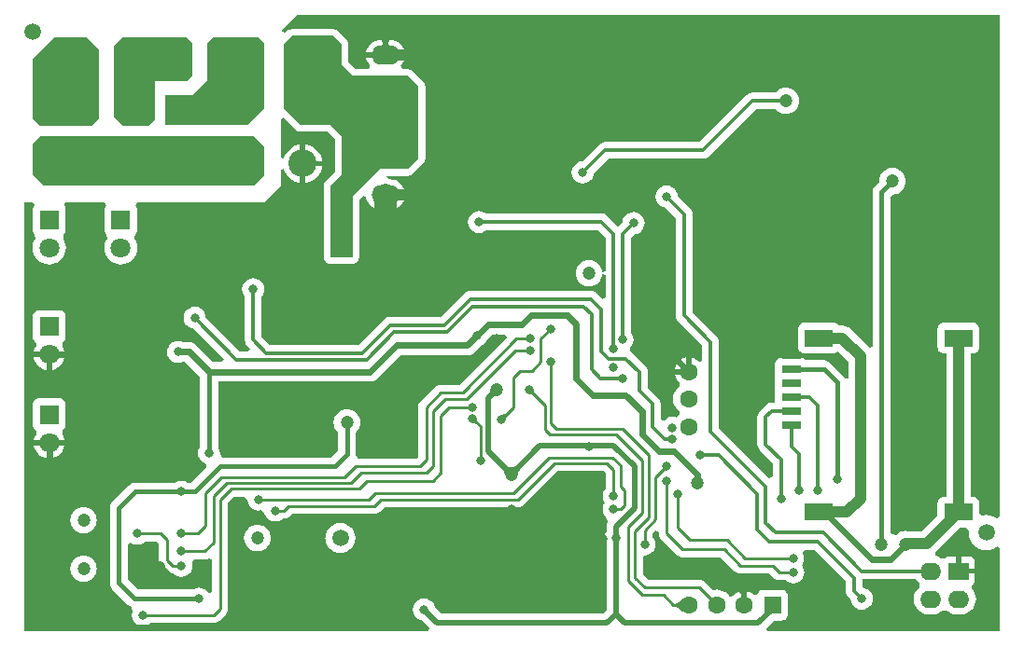
<source format=gbl>
G04 Layer_Physical_Order=2*
G04 Layer_Color=16711680*
%FSTAX24Y24*%
%MOIN*%
G70*
G01*
G75*
%ADD48C,0.0591*%
%ADD49C,0.0236*%
%ADD50C,0.0118*%
%ADD51C,0.0157*%
%ADD52C,0.0098*%
%ADD53C,0.0787*%
%ADD55C,0.0394*%
%ADD56C,0.0200*%
%ADD57C,0.0197*%
%ADD58R,0.0709X0.0709*%
%ADD59C,0.0709*%
%ADD60C,0.0800*%
%ADD61C,0.0700*%
%ADD62R,0.1000X0.1000*%
%ADD63C,0.1000*%
%ADD64O,0.1000X0.0700*%
%ADD65R,0.1000X0.0700*%
%ADD66C,0.0315*%
%ADD67C,0.0630*%
%ADD68O,0.0748X0.0630*%
%ADD69R,0.0748X0.0630*%
%ADD70R,0.0630X0.0630*%
%ADD71C,0.0472*%
%ADD72C,0.0591*%
%ADD73R,0.1181X0.1181*%
%ADD74C,0.1181*%
%ADD75C,0.0394*%
%ADD76R,0.1024X0.0630*%
%ADD77R,0.0709X0.0315*%
G36*
X034263Y025059D02*
X034253Y025049D01*
X034244Y025037D01*
X034237Y025025D01*
X03423Y025013D01*
X034225Y025D01*
X03422Y024986D01*
X034217Y024971D01*
X034214Y024956D01*
X034213Y02494D01*
X034213Y024923D01*
X034057Y025079D01*
X034073Y025079D01*
X034089Y02508D01*
X034105Y025083D01*
X03412Y025086D01*
X034133Y025091D01*
X034147Y025096D01*
X034159Y025103D01*
X034171Y02511D01*
X034182Y025119D01*
X034193Y025129D01*
X034263Y025059D01*
D02*
G37*
G36*
X033189Y024917D02*
X033191Y024901D01*
X033193Y024885D01*
X033197Y024871D01*
X033201Y024857D01*
X033207Y024843D01*
X033213Y024831D01*
X033221Y024819D01*
X033229Y024808D01*
X033239Y024797D01*
X033169Y024728D01*
X033159Y024737D01*
X033148Y024746D01*
X033136Y024753D01*
X033123Y02476D01*
X03311Y024766D01*
X033096Y02477D01*
X033081Y024773D01*
X033066Y024776D01*
X03305Y024777D01*
X033033Y024778D01*
X033189Y024933D01*
X033189Y024917D01*
D02*
G37*
G36*
X037445Y023878D02*
X037427Y023878D01*
X037384Y023875D01*
X037373Y023873D01*
X037363Y023871D01*
X037355Y023868D01*
X037349Y023865D01*
X037344Y023862D01*
X037341Y023858D01*
X037205Y023992D01*
X037068Y023858D01*
X037065Y023862D01*
X03706Y023865D01*
X037054Y023868D01*
X037046Y023871D01*
X037037Y023873D01*
X037025Y023875D01*
X036982Y023878D01*
X036964Y023878D01*
X037034Y024075D01*
X037123Y024072D01*
X037205Y023992D01*
X037286Y024072D01*
X037375Y024075D01*
X037445Y023878D01*
D02*
G37*
G36*
X034244Y027841D02*
X032558Y026154D01*
X03189D01*
X03189Y026154D01*
X031815Y026144D01*
X031746Y026115D01*
X031686Y02607D01*
X031686Y02607D01*
X031174Y025558D01*
X031129Y025498D01*
X0311Y025429D01*
X03109Y025354D01*
X03109Y025354D01*
Y023584D01*
X031022Y023516D01*
X028952D01*
X028931Y023529D01*
X028857Y023634D01*
X028861Y023661D01*
Y024453D01*
X028879Y024467D01*
X028938Y024539D01*
X028982Y024621D01*
X029009Y024711D01*
X029018Y024803D01*
X029009Y024896D01*
X028982Y024985D01*
X028938Y025067D01*
X028879Y025139D01*
X028807Y025198D01*
X028725Y025242D01*
X028636Y025269D01*
X028543Y025278D01*
X028451Y025269D01*
X028362Y025242D01*
X02828Y025198D01*
X028208Y025139D01*
X028149Y025067D01*
X028105Y024985D01*
X028078Y024896D01*
X028069Y024803D01*
X028078Y024711D01*
X028105Y024621D01*
X028149Y024539D01*
X028208Y024467D01*
X028226Y024453D01*
Y023793D01*
X027979Y023546D01*
X024112D01*
X024096Y023554D01*
X024014Y023664D01*
X024019Y023701D01*
X024006Y023804D01*
X023966Y023899D01*
X02394Y023933D01*
Y026257D01*
X02937D01*
X029463Y026269D01*
X029549Y026305D01*
X029623Y026361D01*
X030463Y027202D01*
X032835D01*
X032927Y027214D01*
X033013Y02725D01*
X033087Y027306D01*
X03332Y027539D01*
X033383Y027565D01*
X033466Y027628D01*
X033529Y027711D01*
X033555Y027774D01*
X033731Y02795D01*
X034199D01*
X034244Y027841D01*
D02*
G37*
G36*
X035217Y025946D02*
X035218Y02593D01*
X035221Y025915D01*
X035224Y0259D01*
X035229Y025886D01*
X035234Y025873D01*
X035241Y02586D01*
X035248Y025848D01*
X035257Y025837D01*
X035266Y025827D01*
X035197Y025757D01*
X035186Y025767D01*
X035175Y025775D01*
X035163Y025783D01*
X035151Y02579D01*
X035137Y025795D01*
X035123Y0258D01*
X035109Y025803D01*
X035093Y025805D01*
X035077Y025807D01*
X035061Y025807D01*
X035217Y025963D01*
X035217Y025946D01*
D02*
G37*
G36*
X033895Y025748D02*
X033877Y025747D01*
X033858Y025745D01*
X03384Y025741D01*
X033821Y025735D01*
X033803Y025727D01*
X033785Y025718D01*
X033768Y025707D01*
X03375Y025694D01*
X033733Y025679D01*
X033715Y025663D01*
X033576Y025802D01*
X033592Y025819D01*
X033607Y025837D01*
X03362Y025854D01*
X033631Y025872D01*
X033641Y02589D01*
X033648Y025908D01*
X033654Y025926D01*
X033658Y025945D01*
X033661Y025963D01*
X033661Y025982D01*
X033895Y025748D01*
D02*
G37*
G36*
X021838Y020471D02*
Y019882D01*
X021838Y019882D01*
X021848Y019807D01*
X021877Y019738D01*
X021922Y019678D01*
X022119Y019481D01*
X022119Y019481D01*
X022179Y019436D01*
X022248Y019407D01*
X022323Y019397D01*
X022323Y019397D01*
X022366D01*
X022439Y019341D01*
X022535Y019301D01*
X022638Y019288D01*
X022741Y019301D01*
X022836Y019341D01*
X022919Y019404D01*
X022982Y019486D01*
X023021Y019582D01*
X023035Y019685D01*
X023021Y019788D01*
X02302Y019791D01*
X023099Y019909D01*
X023465D01*
X023465Y019909D01*
X023539Y019919D01*
X023609Y019948D01*
X02361Y019948D01*
X023728Y01989D01*
Y01873D01*
X023618Y018704D01*
X02361Y018705D01*
X023549Y018785D01*
X023466Y018848D01*
X02337Y018887D01*
X023268Y018901D01*
X023165Y018887D01*
X023069Y018848D01*
X023035Y018822D01*
X021076D01*
X020711Y019187D01*
Y020451D01*
X020829Y02051D01*
X020864Y020483D01*
X02096Y020443D01*
X021063Y02043D01*
X021166Y020443D01*
X021262Y020483D01*
X021335Y020539D01*
X021771D01*
X021838Y020471D01*
D02*
G37*
G36*
X040515Y018047D02*
X040482Y01808D01*
X04042Y018135D01*
X040391Y018157D01*
X040363Y018176D01*
X040336Y018191D01*
X04031Y018203D01*
X040285Y018212D01*
X040262Y018217D01*
X04024Y018218D01*
Y018317D01*
X040262Y018319D01*
X040285Y018324D01*
X04031Y018332D01*
X040336Y018344D01*
X040363Y01836D01*
X040391Y018379D01*
X04042Y018401D01*
X040482Y018456D01*
X040515Y018488D01*
Y018047D01*
D02*
G37*
G36*
X050751Y020927D02*
X050745Y020866D01*
X050757Y020743D01*
X050793Y020624D01*
X050852Y020514D01*
X05093Y020419D01*
X051026Y02034D01*
X051136Y020281D01*
X051254Y020245D01*
X051378Y020233D01*
X051501Y020245D01*
X05162Y020281D01*
X05173Y02034D01*
X051749Y020356D01*
X051868Y0203D01*
Y017323D01*
X043558D01*
X043509Y017441D01*
X043782Y017715D01*
X044055D01*
X044117Y017723D01*
X044174Y017746D01*
X044224Y017784D01*
X044261Y017834D01*
X044285Y017891D01*
X044293Y017953D01*
Y018583D01*
X044285Y018644D01*
X044261Y018702D01*
X044224Y018751D01*
X044174Y018789D01*
X044117Y018813D01*
X044055Y018821D01*
X043425D01*
X043364Y018813D01*
X043306Y018789D01*
X043257Y018751D01*
X043219Y018702D01*
X043209Y018677D01*
X043133Y018647D01*
X043124Y018645D01*
X043076Y018646D01*
X043016Y018695D01*
X042927Y018743D01*
X04283Y018772D01*
X042829Y018772D01*
Y018268D01*
X042632D01*
Y018772D01*
X04263Y018772D01*
X042533Y018743D01*
X042444Y018695D01*
X042366Y018631D01*
X042335Y018593D01*
X042268Y018584D01*
X042217Y018588D01*
X042192Y018598D01*
X042142Y018659D01*
X042058Y018728D01*
X041962Y018779D01*
X041858Y018811D01*
X04175Y018822D01*
X041642Y018811D01*
X041621Y018804D01*
X041324Y019101D01*
X041264Y019147D01*
X041195Y019176D01*
X04112Y019186D01*
X04112Y019186D01*
X039292D01*
X039107Y019371D01*
Y019991D01*
X039173Y02005D01*
X039276Y020063D01*
X039372Y020103D01*
X039454Y020166D01*
X039517Y020248D01*
X039557Y020344D01*
X03957Y020447D01*
X039557Y02055D01*
X039517Y020645D01*
X039461Y020718D01*
Y020826D01*
X039564Y020928D01*
X039673Y020883D01*
Y020827D01*
X039673Y020827D01*
X039683Y020752D01*
X039711Y020683D01*
X039757Y020623D01*
X040308Y020072D01*
X040308Y020072D01*
X040368Y020026D01*
X040437Y019998D01*
X040512Y019988D01*
X040512Y019988D01*
X041889D01*
X042395Y019481D01*
X042395Y019481D01*
X042454Y019436D01*
X042524Y019407D01*
X042561Y019402D01*
X042598Y019397D01*
X042598Y019397D01*
X043621D01*
X043775Y019243D01*
X043775Y019243D01*
X043834Y019198D01*
X043904Y019169D01*
X043978Y019159D01*
X043978Y019159D01*
X044217D01*
X04429Y019103D01*
X044385Y019063D01*
X044488Y01905D01*
X044591Y019063D01*
X044687Y019103D01*
X044769Y019166D01*
X044832Y019248D01*
X044872Y019344D01*
X044885Y019447D01*
X044872Y01955D01*
X044832Y019645D01*
X044786Y019706D01*
X044818Y019748D01*
X044858Y019844D01*
X044872Y019947D01*
X044858Y02005D01*
X044823Y020135D01*
X044837Y020176D01*
X044884Y020253D01*
X045231D01*
X046356Y019129D01*
Y01878D01*
X046366Y018702D01*
X046396Y018631D01*
X046443Y018569D01*
X046536Y018476D01*
X046546Y018401D01*
X046585Y018305D01*
X046648Y018223D01*
X046731Y01816D01*
X046826Y01812D01*
X046929Y018107D01*
X047032Y01812D01*
X047128Y01816D01*
X04721Y018223D01*
X047273Y018305D01*
X047313Y018401D01*
X047326Y018504D01*
X047313Y018607D01*
X047273Y018702D01*
X04721Y018785D01*
X047128Y018848D01*
X047032Y018887D01*
X046957Y018897D01*
X046951Y018903D01*
Y01919D01*
X048869D01*
X048874Y01918D01*
X048943Y019097D01*
X048986Y019061D01*
X048996Y019035D01*
Y018941D01*
X048986Y018915D01*
X048943Y01888D01*
X048874Y018796D01*
X048823Y0187D01*
X048791Y018596D01*
X048781Y018488D01*
X048791Y01838D01*
X048823Y018276D01*
X048874Y01818D01*
X048943Y018097D01*
X049027Y018028D01*
X049123Y017976D01*
X049227Y017945D01*
X049335Y017934D01*
X049453D01*
X049561Y017945D01*
X049665Y017976D01*
X04976Y018028D01*
X049812Y01807D01*
X049894Y018087D01*
X049975Y01807D01*
X050027Y018028D01*
X050123Y017976D01*
X050227Y017945D01*
X050335Y017934D01*
X050453D01*
X050561Y017945D01*
X050665Y017976D01*
X05076Y018028D01*
X050844Y018097D01*
X050913Y01818D01*
X050964Y018276D01*
X050996Y01838D01*
X051007Y018488D01*
X050996Y018596D01*
X050964Y0187D01*
X050913Y018796D01*
X050853Y018869D01*
X050851Y018906D01*
X050875Y019008D01*
X05091Y019031D01*
X050953Y019096D01*
X050968Y019173D01*
Y01939D01*
X050394D01*
Y019488D01*
X050295D01*
Y020004D01*
X05002D01*
X049943Y019989D01*
X049878Y019945D01*
X049782Y019931D01*
X04976Y019949D01*
X049665Y02D01*
X049582Y020025D01*
X049557Y020088D01*
X049552Y020151D01*
X049569Y020164D01*
X05045Y021045D01*
X050663D01*
X050751Y020927D01*
D02*
G37*
G36*
X034731Y023135D02*
X034715Y023118D01*
X0347Y0231D01*
X034687Y023083D01*
X034676Y023065D01*
X034667Y023047D01*
X034659Y023029D01*
X034653Y023011D01*
X034649Y022992D01*
X034646Y022974D01*
X034646Y022955D01*
X034412Y023189D01*
X03443Y02319D01*
X034449Y023192D01*
X034467Y023196D01*
X034486Y023202D01*
X034504Y02321D01*
X034522Y023219D01*
X034539Y02323D01*
X034557Y023243D01*
X034575Y023258D01*
X034592Y023274D01*
X034731Y023135D01*
D02*
G37*
G36*
X034244Y023258D02*
X034262Y023243D01*
X034279Y02323D01*
X034297Y023219D01*
X034315Y02321D01*
X034333Y023202D01*
X034352Y023196D01*
X03437Y023192D01*
X034388Y02319D01*
X034407Y023189D01*
X034173Y022955D01*
X034173Y022974D01*
X03417Y022992D01*
X034166Y023011D01*
X03416Y023029D01*
X034152Y023047D01*
X034143Y023065D01*
X034132Y023083D01*
X034119Y0231D01*
X034104Y023118D01*
X034088Y023135D01*
X034227Y023274D01*
X034244Y023258D01*
D02*
G37*
G36*
X045477Y02145D02*
X04547Y021456D01*
X045462Y021461D01*
X045455Y021465D01*
X045447Y021469D01*
X045439Y021473D01*
X04543Y021475D01*
X045422Y021478D01*
X045413Y021479D01*
X045403Y02148D01*
X045394Y02148D01*
Y021717D01*
X045403Y021717D01*
X045413Y021718D01*
X045422Y021719D01*
X04543Y021721D01*
X045439Y021724D01*
X045447Y021727D01*
X045455Y021731D01*
X045462Y021736D01*
X04547Y021741D01*
X045477Y021747D01*
Y02145D01*
D02*
G37*
G36*
X023031Y038386D02*
Y037205D01*
X022835Y037008D01*
X021693Y037008D01*
Y03563D01*
X021457Y035394D01*
X020551D01*
X020236Y035709D01*
Y037362D01*
Y03815D01*
Y038268D01*
X020551Y038583D01*
X022835Y038583D01*
X023031Y038386D01*
D02*
G37*
G36*
X028346Y038346D02*
Y037598D01*
X02874Y037205D01*
X030709D01*
X031102Y036811D01*
Y034252D01*
X030709Y033858D01*
X029724D01*
X02874Y032874D01*
Y030709D01*
X027953D01*
Y033268D01*
X028346Y033661D01*
Y035039D01*
X027953Y035433D01*
X02689D01*
X026299Y036024D01*
Y038346D01*
X026575Y038622D01*
X028071D01*
X028346Y038346D01*
D02*
G37*
G36*
X051868Y021432D02*
X051749Y021376D01*
X05173Y021392D01*
X05162Y021451D01*
X051501Y021487D01*
X051378Y021499D01*
X051254Y021487D01*
X051231Y02148D01*
X051136Y02155D01*
Y021913D01*
X051128Y021975D01*
X051104Y022033D01*
X051066Y022082D01*
X051017Y02212D01*
X050959Y022144D01*
X050898Y022152D01*
X050823D01*
Y027266D01*
X050898D01*
X050959Y027274D01*
X051017Y027298D01*
X051066Y027335D01*
X051104Y027385D01*
X051128Y027442D01*
X051136Y027504D01*
Y028134D01*
X051128Y028196D01*
X051104Y028253D01*
X051066Y028302D01*
X051017Y02834D01*
X050959Y028364D01*
X050898Y028372D01*
X049874D01*
X049812Y028364D01*
X049755Y02834D01*
X049706Y028302D01*
X049668Y028253D01*
X049644Y028196D01*
X049636Y028134D01*
Y027504D01*
X049644Y027442D01*
X049668Y027385D01*
X049706Y027335D01*
X049755Y027298D01*
X049812Y027274D01*
X049874Y027266D01*
X049949D01*
Y022152D01*
X049874D01*
X049812Y022144D01*
X049755Y02212D01*
X049706Y022082D01*
X049668Y022033D01*
X049644Y021975D01*
X049636Y021913D01*
Y021466D01*
X049079Y020909D01*
X048607D01*
X048577Y020918D01*
X048484Y020927D01*
X048392Y020918D01*
X048303Y020891D01*
X048221Y020847D01*
X048149Y020788D01*
X048022Y020794D01*
X047955Y020854D01*
Y032857D01*
X048032Y03295D01*
X048124Y03296D01*
X048213Y032987D01*
X048295Y03303D01*
X048367Y03309D01*
X048426Y033161D01*
X04847Y033244D01*
X048497Y033333D01*
X048506Y033425D01*
X048497Y033518D01*
X04847Y033607D01*
X048426Y033689D01*
X048367Y033761D01*
X048295Y03382D01*
X048213Y033864D01*
X048124Y033891D01*
X048032Y0339D01*
X047939Y033891D01*
X04785Y033864D01*
X047768Y03382D01*
X047696Y033761D01*
X047637Y033689D01*
X047593Y033607D01*
X047566Y033518D01*
X047557Y033425D01*
X047559Y033402D01*
X047413Y033256D01*
X047363Y03319D01*
X047331Y033114D01*
X04732Y033031D01*
Y02751D01*
X047202Y02747D01*
X047199Y027474D01*
X046545Y028128D01*
X046455Y028197D01*
X046349Y028241D01*
X046236Y028256D01*
X04611D01*
X046074Y028302D01*
X046025Y02834D01*
X045967Y028364D01*
X045906Y028372D01*
X044882D01*
X04482Y028364D01*
X044763Y02834D01*
X044713Y028302D01*
X044676Y028253D01*
X044652Y028196D01*
X044644Y028134D01*
Y027504D01*
X044652Y027442D01*
X044676Y027385D01*
X044713Y027335D01*
X044763Y027298D01*
X04482Y027274D01*
X044882Y027266D01*
X045906D01*
X045967Y027274D01*
X046025Y027298D01*
X046074Y027335D01*
X0461Y027337D01*
X046453Y026984D01*
Y026383D01*
X046335Y026359D01*
X046318Y026399D01*
X046268Y026465D01*
X045803Y026929D01*
X045738Y02698D01*
X045661Y027012D01*
X045579Y027022D01*
X044939D01*
X044932Y027031D01*
X044883Y027069D01*
X044825Y027092D01*
X044764Y0271D01*
X044055D01*
X043993Y027092D01*
X043936Y027069D01*
X043887Y027031D01*
X043849Y026981D01*
X043825Y026924D01*
X043817Y026862D01*
Y026547D01*
X043825Y026486D01*
X043838Y026455D01*
X043825Y026424D01*
X043817Y026362D01*
Y026047D01*
X043825Y025986D01*
X043838Y025955D01*
X043825Y025924D01*
X043817Y025862D01*
Y025547D01*
X043778Y025503D01*
X043709D01*
X043632Y025492D01*
X04356Y025463D01*
X043498Y025415D01*
X043498Y025415D01*
X043293Y025211D01*
X043246Y025149D01*
X043216Y025077D01*
X043206Y025D01*
Y024016D01*
X043216Y023939D01*
X043246Y023867D01*
X043293Y023805D01*
X043757Y023341D01*
Y022855D01*
X043639Y022806D01*
X041833Y024612D01*
Y027677D01*
X041833Y027677D01*
X041823Y027754D01*
X041793Y027826D01*
X041746Y027888D01*
X040888Y028745D01*
Y032244D01*
X040878Y032321D01*
X040848Y032393D01*
X040801Y032455D01*
X040801Y032455D01*
X040354Y032902D01*
X040344Y032977D01*
X040305Y033073D01*
X040241Y033155D01*
X040159Y033218D01*
X040063Y033258D01*
X039961Y033271D01*
X039858Y033258D01*
X039762Y033218D01*
X03968Y033155D01*
X039617Y033073D01*
X039577Y032977D01*
X039564Y032874D01*
X039577Y032771D01*
X039617Y032675D01*
X03968Y032593D01*
X039762Y03253D01*
X039858Y03249D01*
X039933Y032481D01*
X040293Y032121D01*
Y028622D01*
X040303Y028545D01*
X040333Y028473D01*
X04038Y028411D01*
X041238Y027554D01*
Y027016D01*
X041119Y026974D01*
X041112Y026984D01*
X041034Y027048D01*
X040945Y027095D01*
X040848Y027124D01*
X040846Y027125D01*
Y02662D01*
X040748D01*
Y026521D01*
X040243D01*
X040244Y02652D01*
X040273Y026423D01*
X04032Y026334D01*
X040384Y026256D01*
X040423Y026225D01*
X040432Y026158D01*
X040428Y026107D01*
X040418Y026082D01*
X040356Y026032D01*
X040288Y025948D01*
X040236Y025852D01*
X040205Y025748D01*
X040194Y02564D01*
X040205Y025532D01*
X040236Y025428D01*
X040288Y025332D01*
X040356Y025248D01*
X040407Y025207D01*
X040418Y025168D01*
Y025101D01*
X040407Y025063D01*
X040356Y025022D01*
X040313Y024968D01*
X04026Y02499D01*
X040157Y025003D01*
X040055Y02499D01*
X039959Y02495D01*
X039877Y024887D01*
X039865Y024872D01*
X039747Y024912D01*
Y025472D01*
X039747Y025472D01*
X039736Y02555D01*
X039707Y025621D01*
X039659Y025683D01*
X039659Y025683D01*
X039294Y026049D01*
Y026594D01*
X039284Y026672D01*
X039254Y026743D01*
X039207Y026805D01*
X039207Y026805D01*
X038715Y027297D01*
X038672Y02733D01*
X038656Y027408D01*
X038659Y02747D01*
X038667Y027475D01*
X03873Y027557D01*
X038769Y027653D01*
X038783Y027756D01*
X038769Y027859D01*
X03873Y027954D01*
X038684Y028015D01*
Y031412D01*
X038807Y031536D01*
X038882Y031546D01*
X038978Y031585D01*
X03906Y031648D01*
X039123Y031731D01*
X039163Y031826D01*
X039177Y031929D01*
X039163Y032032D01*
X039123Y032128D01*
X03906Y03221D01*
X038978Y032273D01*
X038882Y032313D01*
X03878Y032326D01*
X038677Y032313D01*
X038581Y032273D01*
X038499Y03221D01*
X038436Y032128D01*
X038396Y032032D01*
X038386Y031957D01*
X038228Y031799D01*
X037848Y032179D01*
X037787Y032226D01*
X037715Y032256D01*
X037638Y032266D01*
X033526D01*
X033466Y032312D01*
X03337Y032352D01*
X033268Y032366D01*
X033165Y032352D01*
X033069Y032312D01*
X032987Y032249D01*
X032924Y032167D01*
X032884Y032071D01*
X032871Y031969D01*
X032884Y031866D01*
X032924Y03177D01*
X032987Y031688D01*
X033069Y031625D01*
X033165Y031585D01*
X033268Y031571D01*
X03337Y031585D01*
X033466Y031625D01*
X033526Y031671D01*
X037514D01*
X037773Y031412D01*
Y030193D01*
X037655Y030187D01*
X037653Y030204D01*
X037651Y03023D01*
X037624Y030319D01*
X03758Y030402D01*
X037521Y030473D01*
X037449Y030533D01*
X037367Y030576D01*
X037278Y030603D01*
X037185Y030613D01*
X037092Y030603D01*
X037003Y030576D01*
X036921Y030533D01*
X036849Y030473D01*
X03679Y030402D01*
X036746Y030319D01*
X036719Y03023D01*
X03671Y030138D01*
X036719Y030045D01*
X036746Y029956D01*
X03679Y029874D01*
X036849Y029802D01*
X036921Y029743D01*
X037003Y029699D01*
X037092Y029672D01*
X037185Y029663D01*
X037278Y029672D01*
X037367Y029699D01*
X037449Y029743D01*
X037521Y029802D01*
X03758Y029874D01*
X037624Y029956D01*
X037651Y030045D01*
X037653Y030072D01*
X037655Y030089D01*
X037773Y030083D01*
Y029259D01*
X037664Y029214D01*
X037455Y029423D01*
X037393Y029471D01*
X037321Y0295D01*
X037244Y02951D01*
X032953D01*
X032953Y02951D01*
X032876Y0295D01*
X032804Y029471D01*
X032742Y029423D01*
X031885Y028566D01*
X030079D01*
X030079Y028566D01*
X030002Y028555D01*
X02993Y028526D01*
X029868Y028478D01*
X029868Y028478D01*
X028971Y027581D01*
X025793D01*
X025495Y027879D01*
Y029308D01*
X025541Y029368D01*
X02558Y029464D01*
X025594Y029567D01*
X02558Y02967D01*
X025541Y029765D01*
X025478Y029848D01*
X025395Y029911D01*
X0253Y02995D01*
X025197Y029964D01*
X025094Y02995D01*
X024998Y029911D01*
X024916Y029848D01*
X024853Y029765D01*
X024813Y02967D01*
X0248Y029567D01*
X024813Y029464D01*
X024853Y029368D01*
X024899Y029308D01*
Y027756D01*
X024909Y027679D01*
X024939Y027607D01*
X024986Y027545D01*
X025077Y027454D01*
X025032Y027345D01*
X02473D01*
X023504Y028571D01*
X023494Y028646D01*
X023454Y028742D01*
X023391Y028824D01*
X023309Y028887D01*
X023213Y028927D01*
X02311Y02894D01*
X023007Y028927D01*
X022912Y028887D01*
X022829Y028824D01*
X022766Y028742D01*
X022727Y028646D01*
X022713Y028543D01*
X022727Y028441D01*
X022766Y028345D01*
X022829Y028263D01*
X022912Y028199D01*
X023007Y02816D01*
X023082Y02815D01*
X024152Y027081D01*
X024106Y026972D01*
X02377D01*
X023166Y027576D01*
X023092Y027632D01*
X023006Y027668D01*
X022913Y02768D01*
X022686D01*
X022622Y027706D01*
X02252Y02772D01*
X022417Y027706D01*
X022321Y027667D01*
X022239Y027604D01*
X022176Y027521D01*
X022136Y027426D01*
X022123Y027323D01*
X022136Y02722D01*
X022176Y027124D01*
X022239Y027042D01*
X022321Y026979D01*
X022417Y026939D01*
X02252Y026926D01*
X022622Y026939D01*
X022686Y026965D01*
X022765D01*
X023304Y026426D01*
Y023933D01*
X023278Y023899D01*
X023238Y023804D01*
X023225Y023701D01*
X023238Y023598D01*
X023278Y023502D01*
X023341Y02342D01*
X023424Y023357D01*
X023497Y023326D01*
X023527Y023255D01*
X023534Y023196D01*
X022979Y022641D01*
X022871D01*
X022836Y022667D01*
X022741Y022706D01*
X022638Y02272D01*
X022535Y022706D01*
X022439Y022667D01*
X022405Y022641D01*
X020984D01*
X020902Y02263D01*
X020825Y022598D01*
X02076Y022547D01*
X020169Y021957D01*
X020119Y021891D01*
X020087Y021814D01*
X020076Y021732D01*
Y019055D01*
X020087Y018973D01*
X020119Y018896D01*
X020169Y01883D01*
X02072Y018279D01*
X020786Y018229D01*
X02084Y018207D01*
X020872Y018167D01*
X0209Y018073D01*
X020876Y018016D01*
X020863Y017913D01*
X020876Y017811D01*
X020916Y017715D01*
X020979Y017633D01*
X021061Y017569D01*
X021157Y01753D01*
X02126Y017516D01*
X021363Y01753D01*
X021458Y017569D01*
X021531Y017625D01*
X02378D01*
X02378Y017625D01*
X023854Y017635D01*
X023923Y017664D01*
X023983Y01771D01*
X024219Y017946D01*
X024219Y017946D01*
X024265Y018006D01*
X024294Y018075D01*
X024304Y01815D01*
X024304Y01815D01*
Y021928D01*
X024529Y022153D01*
X024891D01*
X024997Y022047D01*
X02501Y021944D01*
X02505Y021849D01*
X025113Y021766D01*
X025195Y021703D01*
X025291Y021664D01*
X025394Y02165D01*
X025472Y02166D01*
X025502Y021659D01*
X025597Y021578D01*
X025601Y021551D01*
X02564Y021455D01*
X025703Y021373D01*
X025786Y02131D01*
X025881Y02127D01*
X025984Y021256D01*
X026087Y02127D01*
X026183Y02131D01*
X026256Y021366D01*
X026299D01*
X026299Y021366D01*
X026374Y021375D01*
X026443Y021404D01*
X026503Y02145D01*
X026576Y021523D01*
X029528D01*
X029528Y021523D01*
X029602Y021533D01*
X029672Y021562D01*
X029731Y021607D01*
X029883Y021759D01*
X034646D01*
X034646Y021759D01*
X03472Y021769D01*
X03479Y021798D01*
X034849Y021844D01*
X036064Y023059D01*
X037715D01*
X037783Y022991D01*
Y022437D01*
X037727Y022364D01*
X037687Y022268D01*
X037674Y022165D01*
X037687Y022063D01*
X037727Y021967D01*
X037756Y021929D01*
X037727Y021891D01*
X037687Y021796D01*
X037674Y021693D01*
X037687Y02159D01*
X037727Y021494D01*
X03779Y021412D01*
X037827Y021384D01*
X037831Y02138D01*
X03786Y021251D01*
X037858Y021234D01*
X037856Y021228D01*
X037824Y02115D01*
X037812Y021063D01*
Y020876D01*
X037806Y020868D01*
X037766Y020772D01*
X037753Y020669D01*
X037766Y020567D01*
X037806Y020471D01*
X037812Y020462D01*
Y018093D01*
X037695Y017975D01*
X031911D01*
X031684Y018203D01*
X031683Y018213D01*
X031643Y018309D01*
X03158Y018391D01*
X031498Y018454D01*
X031402Y018494D01*
X031299Y018507D01*
X031196Y018494D01*
X031101Y018454D01*
X031018Y018391D01*
X030955Y018309D01*
X030916Y018213D01*
X030902Y01811D01*
X030916Y018007D01*
X030955Y017912D01*
X031018Y017829D01*
X031101Y017766D01*
X031196Y017727D01*
X031207Y017725D01*
X031491Y017441D01*
X031442Y017323D01*
X01703D01*
Y032677D01*
X017336D01*
X017373Y032605D01*
X017382Y032559D01*
X017353Y032521D01*
X017329Y032463D01*
X017321Y032402D01*
Y031693D01*
X017329Y031631D01*
X017353Y031574D01*
X017391Y031524D01*
X01742Y031385D01*
X017416Y031369D01*
X017365Y031274D01*
X017331Y031163D01*
X01732Y031047D01*
X017331Y030931D01*
X017365Y03082D01*
X01742Y030718D01*
X017494Y030628D01*
X017584Y030554D01*
X017686Y030499D01*
X017798Y030465D01*
X017913Y030454D01*
X018029Y030465D01*
X01814Y030499D01*
X018243Y030554D01*
X018333Y030628D01*
X018407Y030718D01*
X018462Y03082D01*
X018495Y030931D01*
X018507Y031047D01*
X018495Y031163D01*
X018462Y031274D01*
X018411Y031369D01*
X018407Y031385D01*
X018436Y031524D01*
X018474Y031574D01*
X018498Y031631D01*
X018506Y031693D01*
Y032402D01*
X018498Y032463D01*
X018474Y032521D01*
X018445Y032559D01*
X018454Y032605D01*
X018491Y032677D01*
X019895D01*
X019932Y032605D01*
X019941Y032559D01*
X019912Y032521D01*
X019888Y032463D01*
X01988Y032402D01*
Y031693D01*
X019888Y031631D01*
X019912Y031574D01*
X01995Y031524D01*
X019979Y031385D01*
X019975Y031369D01*
X019924Y031274D01*
X01989Y031163D01*
X019879Y031047D01*
X01989Y030931D01*
X019924Y03082D01*
X019979Y030718D01*
X020053Y030628D01*
X020143Y030554D01*
X020245Y030499D01*
X020357Y030465D01*
X020472Y030454D01*
X020588Y030465D01*
X0207Y030499D01*
X020802Y030554D01*
X020892Y030628D01*
X020966Y030718D01*
X021021Y03082D01*
X021054Y030931D01*
X021066Y031047D01*
X021054Y031163D01*
X021021Y031274D01*
X02097Y031369D01*
X020966Y031385D01*
X020995Y031524D01*
X021033Y031574D01*
X021057Y031631D01*
X021065Y031693D01*
Y032402D01*
X021057Y032463D01*
X021033Y032521D01*
X021004Y032559D01*
X021013Y032605D01*
X02105Y032677D01*
X025591D01*
X026181Y033268D01*
Y033843D01*
X026299Y033861D01*
X026322Y033787D01*
X026386Y033666D01*
X026473Y03356D01*
X026579Y033473D01*
X026701Y033408D01*
X026832Y033368D01*
X02687Y033365D01*
Y034055D01*
Y034746D01*
X026832Y034742D01*
X026701Y034702D01*
X026579Y034637D01*
X026473Y03455D01*
X026386Y034444D01*
X026322Y034323D01*
X026299Y034249D01*
X026181Y034267D01*
Y03565D01*
X02629Y035696D01*
X026721Y035265D01*
X026771Y035227D01*
X026794Y035217D01*
X026828Y035203D01*
X02689Y035195D01*
X027854D01*
X028108Y034941D01*
Y03376D01*
X027784Y033436D01*
X027746Y033387D01*
X027737Y033363D01*
X027723Y033329D01*
X027715Y033268D01*
Y030709D01*
X027723Y030647D01*
X027746Y03059D01*
X027784Y03054D01*
X027834Y030502D01*
X027891Y030479D01*
X027953Y03047D01*
X028305D01*
X028307Y03047D01*
X02831Y03047D01*
X02874D01*
X028802Y030479D01*
X028859Y030502D01*
X028909Y03054D01*
X028946Y03059D01*
X02897Y030647D01*
X028978Y030709D01*
Y032775D01*
X029107Y032904D01*
X02923Y03286D01*
X029232Y032842D01*
X029264Y032739D01*
X029314Y032644D01*
X029383Y03256D01*
X029466Y032492D01*
X029561Y032441D01*
X029664Y03241D01*
X029771Y032399D01*
X029823D01*
Y032949D01*
X029921D01*
Y033047D01*
X030611D01*
X03061Y033056D01*
X030579Y033159D01*
X030528Y033254D01*
X03046Y033337D01*
X030377Y033406D01*
X030282Y033456D01*
X030178Y033488D01*
X030071Y033498D01*
X030007D01*
X029943Y033616D01*
X029946Y03362D01*
X030709D01*
X03077Y033628D01*
X030828Y033652D01*
X030877Y03369D01*
X031271Y034083D01*
X031309Y034133D01*
X031319Y034157D01*
X031332Y03419D01*
X031341Y034252D01*
Y036811D01*
X031332Y036873D01*
X031309Y03693D01*
X031271Y036979D01*
X030877Y037373D01*
X030828Y037411D01*
X030804Y037421D01*
X03077Y037435D01*
X030709Y037443D01*
X030518D01*
X03048Y037511D01*
X03047Y037561D01*
X030528Y037632D01*
X030579Y037727D01*
X03061Y03783D01*
X030611Y037839D01*
X029921D01*
X029231D01*
X029232Y03783D01*
X029264Y037727D01*
X029314Y037632D01*
X029372Y037561D01*
X029362Y037511D01*
X029325Y037443D01*
X028839D01*
X028585Y037697D01*
Y038346D01*
X028577Y038408D01*
X028563Y038442D01*
X028553Y038466D01*
X028515Y038515D01*
X028239Y038791D01*
X02819Y038828D01*
X028166Y038838D01*
X028133Y038852D01*
X028071Y03886D01*
X026575D01*
X026575Y03886D01*
X026513Y038852D01*
X026456Y038828D01*
X026406Y038791D01*
X026362Y038746D01*
X026236Y038787D01*
X026229Y038828D01*
X026772Y03937D01*
X051868D01*
Y021432D01*
D02*
G37*
G36*
X019685Y03815D02*
X019685Y035669D01*
X019409Y035394D01*
X017598D01*
X017323Y035669D01*
Y037795D01*
X01811Y038583D01*
X019252D01*
X019685Y03815D01*
D02*
G37*
G36*
X025591Y038386D02*
Y036024D01*
X025Y035433D01*
X022047D01*
X022047Y036496D01*
X023031Y036496D01*
X023543Y037008D01*
Y038386D01*
X02374Y038583D01*
X025394Y038583D01*
X025591Y038386D01*
D02*
G37*
G36*
Y034685D02*
Y033622D01*
X025236Y033268D01*
X017717D01*
X017323Y033661D01*
Y034764D01*
X017598Y035039D01*
X025236D01*
X025591Y034685D01*
D02*
G37*
%LPC*%
G36*
X044213Y036774D02*
X04412Y036765D01*
X044031Y036738D01*
X043949Y036694D01*
X043877Y036635D01*
X043846Y036597D01*
X043032D01*
X043032Y036597D01*
X042954Y036587D01*
X042883Y036557D01*
X042821Y03651D01*
X042821Y03651D01*
X041136Y034825D01*
X037756D01*
X037756Y034825D01*
X037679Y034815D01*
X037607Y034785D01*
X037545Y034738D01*
X037545Y034738D01*
X036941Y034134D01*
X036866Y034124D01*
X03677Y034084D01*
X036688Y034021D01*
X036625Y033939D01*
X036585Y033843D01*
X036571Y03374D01*
X036585Y033637D01*
X036625Y033542D01*
X036688Y033459D01*
X03677Y033396D01*
X036866Y033357D01*
X036969Y033343D01*
X037071Y033357D01*
X037167Y033396D01*
X037249Y033459D01*
X037312Y033542D01*
X037352Y033637D01*
X037362Y033712D01*
X037879Y03423D01*
X04126D01*
X041337Y03424D01*
X041409Y03427D01*
X04147Y034317D01*
X043155Y036001D01*
X043846D01*
X043877Y035964D01*
X043949Y035904D01*
X044031Y035861D01*
X04412Y035834D01*
X044213Y035824D01*
X044305Y035834D01*
X044394Y035861D01*
X044476Y035904D01*
X044548Y035964D01*
X044607Y036035D01*
X044651Y036118D01*
X044678Y036207D01*
X044687Y036299D01*
X044678Y036392D01*
X044651Y036481D01*
X044607Y036563D01*
X044548Y036635D01*
X044476Y036694D01*
X044394Y036738D01*
X044305Y036765D01*
X044213Y036774D01*
D02*
G37*
G36*
X01914Y021784D02*
X019047Y021775D01*
X018958Y021748D01*
X018876Y021704D01*
X018804Y021645D01*
X018745Y021573D01*
X018701Y021491D01*
X018674Y021402D01*
X018665Y021309D01*
X018674Y021217D01*
X018701Y021127D01*
X018745Y021045D01*
X018804Y020973D01*
X018876Y020914D01*
X018958Y020871D01*
X019047Y020844D01*
X01914Y020834D01*
X019232Y020844D01*
X019322Y020871D01*
X019404Y020914D01*
X019476Y020973D01*
X019535Y021045D01*
X019578Y021127D01*
X019605Y021217D01*
X019615Y021309D01*
X019605Y021402D01*
X019578Y021491D01*
X019535Y021573D01*
X019476Y021645D01*
X019404Y021704D01*
X019322Y021748D01*
X019232Y021775D01*
X01914Y021784D01*
D02*
G37*
G36*
X025346Y021144D02*
X025344Y021144D01*
X025315D01*
X025315Y021144D01*
X025254Y021136D01*
X025254D01*
X025227Y021128D01*
X025194Y02112D01*
X025194Y02112D01*
X025167Y021109D01*
X025165Y021108D01*
X025163Y021107D01*
X025136Y021096D01*
X025082Y021065D01*
X025082Y021065D01*
X025033Y021027D01*
X025013Y021007D01*
X025011Y021005D01*
X025009Y021003D01*
X024989Y020983D01*
X024989Y020983D01*
X024951Y020933D01*
X024951Y020933D01*
X02492Y02088D01*
X024909Y020853D01*
X024908Y020851D01*
X024907Y020849D01*
X024896Y020822D01*
X024896Y020822D01*
X024887Y020789D01*
X02488Y020762D01*
Y020762D01*
X024872Y0207D01*
X024872Y0207D01*
Y020685D01*
X02487Y020669D01*
X024872Y020654D01*
Y020638D01*
X024872Y020638D01*
X02488Y020577D01*
Y020577D01*
X024887Y02055D01*
X024896Y020516D01*
X024896Y020516D01*
X024907Y02049D01*
X024908Y020488D01*
X024909Y020485D01*
X02492Y020459D01*
X024951Y020405D01*
X024951Y020405D01*
X024989Y020356D01*
X025009Y020336D01*
X025011Y020334D01*
X025013Y020332D01*
X025033Y020312D01*
X025033Y020312D01*
X025082Y020274D01*
X025082Y020274D01*
X025136Y020243D01*
X025163Y020232D01*
X025165Y020231D01*
X025167Y02023D01*
X025194Y020219D01*
X025194Y020219D01*
X025227Y02021D01*
X025254Y020203D01*
X025254D01*
X025315Y020195D01*
X025315Y020195D01*
X025344D01*
X025346Y020195D01*
X025349Y020195D01*
X025378D01*
X025378Y020195D01*
X025439Y020203D01*
X025439D01*
X025466Y02021D01*
X025499Y020219D01*
X025499Y020219D01*
X025526Y02023D01*
X025528Y020231D01*
X02553Y020232D01*
X025557Y020243D01*
X025611Y020274D01*
X025611Y020274D01*
X02566Y020312D01*
X02568Y020332D01*
X025682Y020334D01*
X025684Y020336D01*
X025704Y020356D01*
X025704Y020356D01*
X025742Y020405D01*
X025742Y020405D01*
X025773Y020459D01*
X025784Y020485D01*
X025785Y020488D01*
X025786Y02049D01*
X025797Y020516D01*
X025797Y020516D01*
X025806Y02055D01*
X025813Y020577D01*
Y020577D01*
X025821Y020638D01*
X025821Y020638D01*
Y020654D01*
X025823Y020669D01*
X025821Y020685D01*
Y0207D01*
X025821Y0207D01*
X025813Y020762D01*
Y020762D01*
X025806Y020789D01*
X025797Y020822D01*
X025797Y020822D01*
X025786Y020849D01*
X025785Y020851D01*
X025784Y020853D01*
X025773Y02088D01*
X025742Y020933D01*
X025742Y020933D01*
X025704Y020983D01*
X025684Y021003D01*
X025682Y021005D01*
X02568Y021007D01*
X02566Y021027D01*
X02566Y021027D01*
X025611Y021065D01*
X025611Y021065D01*
X025557Y021096D01*
X02553Y021107D01*
X025528Y021108D01*
X025526Y021109D01*
X025499Y02112D01*
X025499Y02112D01*
X025466Y021128D01*
X025439Y021136D01*
X025439D01*
X025378Y021144D01*
X025378Y021144D01*
X025349D01*
X025346Y021144D01*
D02*
G37*
G36*
X029823Y038486D02*
X029771D01*
X029664Y038476D01*
X029561Y038445D01*
X029466Y038394D01*
X029383Y038326D01*
X029314Y038242D01*
X029264Y038147D01*
X029232Y038044D01*
X029231Y038035D01*
X029823D01*
Y038486D01*
D02*
G37*
G36*
X030071D02*
X03002D01*
Y038035D01*
X030611D01*
X03061Y038044D01*
X030579Y038147D01*
X030528Y038242D01*
X03046Y038326D01*
X030377Y038394D01*
X030282Y038445D01*
X030178Y038476D01*
X030071Y038486D01*
D02*
G37*
G36*
X01914Y020052D02*
X019047Y020042D01*
X018958Y020015D01*
X018876Y019972D01*
X018804Y019913D01*
X018745Y019841D01*
X018701Y019759D01*
X018674Y019669D01*
X018665Y019577D01*
X018674Y019484D01*
X018701Y019395D01*
X018745Y019313D01*
X018804Y019241D01*
X018876Y019182D01*
X018958Y019138D01*
X019047Y019111D01*
X01914Y019102D01*
X019232Y019111D01*
X019322Y019138D01*
X019404Y019182D01*
X019476Y019241D01*
X019535Y019313D01*
X019578Y019395D01*
X019605Y019484D01*
X019615Y019577D01*
X019605Y019669D01*
X019578Y019759D01*
X019535Y019841D01*
X019476Y019913D01*
X019404Y019972D01*
X019322Y020015D01*
X019232Y020042D01*
X01914Y020052D01*
D02*
G37*
G36*
X028307Y021203D02*
X028307Y021203D01*
X028276D01*
X028199Y021193D01*
X028139Y021177D01*
X028108Y021164D01*
X028103Y021163D01*
X028098Y02116D01*
X028067Y021147D01*
X028067Y021147D01*
X028013Y021116D01*
X027951Y021069D01*
X027951Y021069D01*
X02793Y021047D01*
X027929Y021047D01*
X027929Y021047D01*
X027907Y021025D01*
X027907Y021025D01*
X02786Y020963D01*
X027829Y020909D01*
X027829Y020909D01*
X027816Y020878D01*
X027814Y020874D01*
X027812Y020868D01*
X027799Y020838D01*
X027783Y020777D01*
X027773Y0207D01*
Y020685D01*
X027771Y020669D01*
X027773Y020654D01*
Y020638D01*
X027783Y020561D01*
X027799Y020501D01*
X027812Y02047D01*
X027814Y020465D01*
X027816Y02046D01*
X027829Y020429D01*
X027829Y020429D01*
X02786Y020375D01*
X027907Y020314D01*
X027907Y020314D01*
X027929Y020292D01*
X027929Y020292D01*
X02793Y020292D01*
X027951Y02027D01*
X028013Y020222D01*
X028067Y020191D01*
X028067Y020191D01*
X028098Y020178D01*
X028103Y020176D01*
X028108Y020174D01*
X028139Y020161D01*
X028139Y020161D01*
X028199Y020145D01*
X028276Y020135D01*
X028307D01*
X028307Y020135D01*
X028307Y020135D01*
X028338D01*
X028415Y020145D01*
X028475Y020161D01*
X028506Y020174D01*
X028511Y020176D01*
X028516Y020178D01*
X028547Y020191D01*
X028547Y020191D01*
X028601Y020222D01*
X028663Y02027D01*
X028663Y02027D01*
X028685Y020292D01*
X028685Y020292D01*
X028685Y020292D01*
X028707Y020314D01*
X028707Y020314D01*
X028754Y020375D01*
X028785Y020429D01*
X028785Y020429D01*
X028798Y02046D01*
X0288Y020465D01*
X028802Y02047D01*
X028815Y020501D01*
X028831Y020561D01*
X028841Y020638D01*
Y020654D01*
X028843Y020669D01*
X028841Y020685D01*
Y0207D01*
X028831Y020777D01*
X028815Y020838D01*
X028802Y020868D01*
X0288Y020874D01*
X028798Y020878D01*
X028785Y020909D01*
X028785Y020909D01*
X028754Y020963D01*
X028707Y021025D01*
X028707Y021025D01*
X028685Y021047D01*
X028685Y021047D01*
X028685Y021047D01*
X028663Y021069D01*
X028601Y021116D01*
X028547Y021147D01*
X028547Y021147D01*
X028516Y02116D01*
X028511Y021163D01*
X028506Y021164D01*
X028475Y021177D01*
X028475Y021177D01*
X028415Y021193D01*
X028338Y021203D01*
X028307D01*
X028307Y021203D01*
D02*
G37*
G36*
X050768Y020004D02*
X050492D01*
Y019587D01*
X050968D01*
Y019803D01*
X050953Y01988D01*
X05091Y019945D01*
X050845Y019989D01*
X050768Y020004D01*
D02*
G37*
G36*
X018458Y02713D02*
X018012D01*
Y026684D01*
X018021Y026685D01*
X018125Y026717D01*
X018221Y026768D01*
X018305Y026837D01*
X018374Y026921D01*
X018425Y027016D01*
X018457Y02712D01*
X018458Y02713D01*
D02*
G37*
G36*
X030611Y03285D02*
X03002D01*
Y032399D01*
X030071D01*
X030178Y03241D01*
X030282Y032441D01*
X030377Y032492D01*
X03046Y03256D01*
X030528Y032644D01*
X030579Y032739D01*
X03061Y032842D01*
X030611Y03285D01*
D02*
G37*
G36*
X017815Y02713D02*
X017369D01*
X01737Y02712D01*
X017402Y027016D01*
X017453Y026921D01*
X017522Y026837D01*
X017606Y026768D01*
X017701Y026717D01*
X017805Y026685D01*
X017815Y026684D01*
Y02713D01*
D02*
G37*
G36*
X018268Y028821D02*
X017559D01*
X017497Y028813D01*
X01744Y028789D01*
X017391Y028751D01*
X017353Y028702D01*
X017329Y028644D01*
X017321Y028583D01*
Y027874D01*
X017329Y027812D01*
X017353Y027755D01*
X017391Y027706D01*
X01742Y027683D01*
X017444Y027629D01*
X017453Y027536D01*
X017402Y02744D01*
X01737Y027336D01*
X017369Y027327D01*
X017913D01*
X018458D01*
X018457Y027336D01*
X018425Y02744D01*
X018374Y027536D01*
X018383Y027629D01*
X018406Y027683D01*
X018436Y027706D01*
X018474Y027755D01*
X018498Y027812D01*
X018506Y027874D01*
Y028583D01*
X018498Y028644D01*
X018474Y028702D01*
X018436Y028751D01*
X018387Y028789D01*
X018329Y028813D01*
X018268Y028821D01*
D02*
G37*
G36*
X04065Y027125D02*
X040648Y027124D01*
X040551Y027095D01*
X040462Y027048D01*
X040384Y026984D01*
X04032Y026906D01*
X040273Y026817D01*
X040244Y02672D01*
X040243Y026718D01*
X04065D01*
Y027125D01*
D02*
G37*
G36*
X017815Y02398D02*
X017369D01*
X01737Y023971D01*
X017402Y023867D01*
X017453Y023771D01*
X017522Y023687D01*
X017606Y023618D01*
X017701Y023567D01*
X017805Y023536D01*
X017815Y023535D01*
Y02398D01*
D02*
G37*
G36*
X018458D02*
X018012D01*
Y023535D01*
X018021Y023536D01*
X018125Y023567D01*
X018221Y023618D01*
X018305Y023687D01*
X018374Y023771D01*
X018425Y023867D01*
X018457Y023971D01*
X018458Y02398D01*
D02*
G37*
G36*
X027067Y034746D02*
Y034154D01*
X027659D01*
X027655Y034192D01*
X027615Y034323D01*
X027551Y034444D01*
X027464Y03455D01*
X027358Y034637D01*
X027236Y034702D01*
X027105Y034742D01*
X027067Y034746D01*
D02*
G37*
G36*
X027659Y033957D02*
X027067D01*
Y033365D01*
X027105Y033368D01*
X027236Y033408D01*
X027358Y033473D01*
X027464Y03356D01*
X027551Y033666D01*
X027615Y033787D01*
X027655Y033919D01*
X027659Y033957D01*
D02*
G37*
G36*
X018268Y025671D02*
X017559D01*
X017497Y025663D01*
X01744Y025639D01*
X017391Y025602D01*
X017353Y025552D01*
X017329Y025495D01*
X017321Y025433D01*
Y024724D01*
X017329Y024663D01*
X017353Y024605D01*
X017391Y024556D01*
X01742Y024533D01*
X017444Y024479D01*
X017453Y024386D01*
X017402Y024291D01*
X01737Y024187D01*
X017369Y024177D01*
X017913D01*
X018458D01*
X018457Y024187D01*
X018425Y024291D01*
X018374Y024386D01*
X018383Y024479D01*
X018406Y024533D01*
X018436Y024556D01*
X018474Y024605D01*
X018498Y024663D01*
X018506Y024724D01*
Y025433D01*
X018498Y025495D01*
X018474Y025552D01*
X018436Y025602D01*
X018387Y025639D01*
X018329Y025663D01*
X018268Y025671D01*
D02*
G37*
%LPD*%
D48*
X051378Y020866D02*
D03*
X017323Y03878D02*
D03*
D49*
X027087Y01874D02*
X037047D01*
X034429Y018799D02*
Y021713D01*
X045394Y021598D02*
X045606D01*
X047283Y019921D01*
X047953D01*
X048484Y020453D01*
X017913Y027228D02*
X01852D01*
X019173Y026575D01*
X021142D01*
X021772D01*
X022069Y026277D01*
X022992D01*
X017913Y018307D02*
Y024079D01*
Y018307D02*
X01874Y01748D01*
X025827D01*
X027087Y01874D01*
X037047D02*
X037697Y01939D01*
Y02063D01*
X034429Y021713D02*
X034449Y021732D01*
X040236Y02378D02*
X041063Y022953D01*
Y022638D02*
Y022953D01*
X039685Y02378D02*
X040236D01*
X039094Y02437D02*
X039685Y02378D01*
X039094Y02437D02*
Y025197D01*
X038504Y025787D02*
X039094Y025197D01*
X037323Y025787D02*
X038504D01*
X036732Y026378D02*
X037323Y025787D01*
X036732Y026378D02*
Y028307D01*
X036417Y028622D02*
X036732Y028307D01*
X035118Y028622D02*
X036417D01*
X034803Y028307D02*
X035118Y028622D01*
X033583Y028307D02*
X034803D01*
X033185Y027909D02*
X033583Y028307D01*
X023622Y026614D02*
X02937D01*
X022913Y027323D02*
X023622Y026614D01*
X02252Y027323D02*
X022913D01*
X02937Y026614D02*
X030315Y027559D01*
X032835D01*
X033185Y027909D01*
D50*
X046929Y019488D02*
X049394D01*
X037608Y027352D02*
Y028848D01*
X037244Y029213D02*
X037608Y028848D01*
X032953Y029213D02*
X037244D01*
X043032Y036299D02*
X044213D01*
X04126Y034528D02*
X043032Y036299D01*
X037756Y034528D02*
X04126D01*
X036969Y03374D02*
X037756Y034528D01*
X037638Y031969D02*
X038071Y031535D01*
X033268Y031969D02*
X037638D01*
X041142Y023622D02*
X041811D01*
X043189Y022244D01*
X046929Y018504D02*
X046929D01*
X046654Y01878D02*
X046929Y018504D01*
X046654Y01878D02*
Y019252D01*
X045354Y020551D02*
X046654Y019252D01*
X043622Y020551D02*
X045354D01*
X043189Y020984D02*
X043622Y020551D01*
X043189Y020984D02*
Y022244D01*
X043504Y02122D02*
Y02252D01*
X045551Y020866D02*
X046929Y019488D01*
X043504Y02122D02*
X043858Y020866D01*
X045551D01*
X032008Y028268D02*
X032953Y029213D01*
X030079Y028268D02*
X032008D01*
X029094Y027283D02*
X030079Y028268D01*
X025669Y027283D02*
X029094D01*
X025197Y027756D02*
X025669Y027283D01*
X037005Y028937D02*
X037283Y028659D01*
X033031Y028937D02*
X037005D01*
X032126Y028031D02*
X033031Y028937D01*
X037283Y026693D02*
Y028659D01*
X037598Y026378D02*
X038386D01*
X037283Y026693D02*
X037598Y026378D01*
X038996Y025925D02*
X039449Y025472D01*
X025197Y027756D02*
Y029567D01*
X037608Y027352D02*
X037874Y027087D01*
X038504D01*
X038996Y026594D01*
Y025925D02*
Y026594D01*
X039449Y024646D02*
Y025472D01*
Y024646D02*
X039882Y024213D01*
X040157D01*
X02311Y028543D02*
X024606Y027047D01*
X029252D01*
X030236Y028031D01*
X032126D01*
X038071Y027441D02*
Y031535D01*
X041535Y024488D02*
X043504Y02252D01*
X041535Y024488D02*
Y027677D01*
X040591Y028622D02*
X041535Y027677D01*
X040591Y028622D02*
Y032244D01*
X039961Y032874D02*
X040591Y032244D01*
X038386Y031535D02*
X03878Y031929D01*
X038386Y027756D02*
Y031535D01*
X044409Y025705D02*
X045043D01*
X045354Y025394D01*
Y022362D02*
Y025394D01*
X044409Y023937D02*
Y024705D01*
Y023937D02*
X044685Y023661D01*
Y022362D02*
Y023661D01*
X043709Y025205D02*
X044409D01*
X043504Y025D02*
X043709Y025205D01*
X043504Y024016D02*
Y025D01*
Y024016D02*
X044055Y023465D01*
Y022087D02*
Y023465D01*
D51*
X03878Y033661D02*
X038839Y03372D01*
X047638Y033031D02*
X048032Y033425D01*
X047638Y020433D02*
Y033031D01*
X04273Y018268D02*
Y018687D01*
X041732Y019685D02*
X04273Y018687D01*
X025945Y025709D02*
X026207Y02597D01*
X029738D01*
X022362Y019213D02*
X023268D01*
X02189Y019685D02*
X022362Y019213D01*
X029738Y024435D02*
Y02597D01*
X028543Y023661D02*
Y024803D01*
X02811Y023228D02*
X028543Y023661D01*
X024016Y023228D02*
X02811D01*
X02311Y022323D02*
X024016Y023228D01*
X022638Y022323D02*
X02311D01*
X023622Y023701D02*
Y026535D01*
X020394Y021732D02*
X020984Y022323D01*
X022638D01*
X020394Y019055D02*
Y021732D01*
Y019055D02*
X020945Y018504D01*
X023268D01*
X044409Y026705D02*
X045579D01*
X046043Y02624D01*
Y022776D02*
Y02624D01*
D52*
X039961Y020827D02*
Y022717D01*
Y020827D02*
X040512Y020276D01*
X042008D01*
X042598Y019685D01*
X04374D01*
X043978Y019447D01*
X044488D01*
X040354Y021024D02*
Y022244D01*
X04277Y019947D02*
X044474D01*
X040354Y021024D02*
X040787Y020591D01*
X042126D01*
X04277Y019947D01*
X033307Y023425D02*
Y024659D01*
X033031Y024935D02*
X033307Y024659D01*
X03189Y025866D02*
X032677D01*
X028465Y022835D02*
X028858Y023228D01*
X031142D01*
X031378Y023465D01*
Y025354D01*
X03189Y025866D01*
X032047Y02563D02*
X032835D01*
X028701Y022638D02*
X029055Y022992D01*
X031378D01*
X031614Y023228D01*
Y025197D01*
X032047Y02563D01*
X028976Y022441D02*
X029252Y022717D01*
X031614D01*
X03189Y022992D01*
Y025039D01*
X032205Y025354D01*
X033031D01*
X038583Y019134D02*
Y021063D01*
Y019134D02*
X039094Y018622D01*
X039843D01*
X040197Y018268D01*
X04074D01*
X038819Y019252D02*
Y020906D01*
Y019252D02*
X039173Y018898D01*
X04112D01*
X04175Y018268D01*
X038031Y023543D02*
X038307Y023268D01*
X035748Y023543D02*
X038031D01*
X034488Y022283D02*
X035748Y023543D01*
X037835Y023346D02*
X038071Y02311D01*
X035945Y023346D02*
X037835D01*
X034646Y022047D02*
X035945Y023346D01*
X038386Y024567D02*
X039331Y023622D01*
X036024Y024567D02*
X038386D01*
X035827Y024764D02*
X036024Y024567D01*
X038307Y02252D02*
X038465Y022362D01*
Y02185D02*
Y022362D01*
X038307Y021693D02*
X038465Y02185D01*
X038307Y02252D02*
Y023268D01*
X038071Y022165D02*
Y02311D01*
Y021693D02*
X038307D01*
X039331Y021417D02*
Y023622D01*
X038819Y020906D02*
X039331Y021417D01*
X029567Y022283D02*
X034488D01*
X029331Y022047D02*
X029567Y022283D01*
X029764Y022047D02*
X034646D01*
X029528Y021811D02*
X029764Y022047D01*
X034488Y026417D02*
X034724Y026654D01*
X034488Y025354D02*
Y026417D01*
X034055Y024921D02*
X034488Y025354D01*
X032835Y02563D02*
X034567Y027362D01*
X035827Y024764D02*
Y026969D01*
X039094Y021575D02*
Y023425D01*
X035059Y025965D02*
X03563Y025394D01*
Y024528D02*
Y025394D01*
Y024528D02*
X035787Y02437D01*
X03815D01*
X039094Y023425D01*
X034724Y026654D02*
X035157D01*
X035472Y026969D01*
Y027795D01*
X035827Y02815D01*
X038071Y027441D02*
X038071Y027441D01*
X032677Y025866D02*
X034606Y027795D01*
X035079D01*
X034567Y027362D02*
X035079D01*
X026457Y021811D02*
X029528D01*
X026299Y021654D02*
X026457Y021811D01*
X025984Y021654D02*
X026299D01*
X025394Y022047D02*
X029331D01*
X024409Y022441D02*
X028976D01*
X024016Y022047D02*
X024409Y022441D01*
X024016Y01815D02*
Y022047D01*
X024252Y022638D02*
X028701D01*
X02378Y022165D02*
X024252Y022638D01*
X02378Y020512D02*
Y022165D01*
X024055Y022835D02*
X028465D01*
X023504Y022283D02*
X024055Y022835D01*
X023504Y021102D02*
Y022283D01*
X02378Y017913D02*
X024016Y01815D01*
X02126Y017913D02*
X02378D01*
X023465Y020197D02*
X02378Y020512D01*
X022638Y020197D02*
X023465D01*
X023228Y020827D02*
X023504Y021102D01*
X022638Y020827D02*
X023228D01*
X038583Y021063D02*
X039094Y021575D01*
X039173Y020447D02*
Y020945D01*
X039567Y021339D01*
Y022835D01*
X039961Y023228D01*
X022323Y019685D02*
X022638D01*
X022126Y019882D02*
X022323Y019685D01*
X021063Y020827D02*
X02189D01*
X022126Y020591D01*
Y019882D02*
Y020591D01*
D53*
X030354Y029764D02*
Y031535D01*
X029921Y031969D02*
X030354Y031535D01*
X029921Y031969D02*
Y032949D01*
X024055Y034213D02*
X024213Y034055D01*
X020984Y034213D02*
X024055D01*
X020748Y034449D02*
X020984Y034213D01*
X018307Y034449D02*
X020748D01*
D55*
X031Y037937D02*
X032913Y036024D01*
Y034882D02*
Y036024D01*
X03098Y032949D02*
X032913Y034882D01*
X045606Y021598D02*
X046402D01*
X028307Y030945D02*
Y032835D01*
X029921Y034449D01*
X04926Y020472D02*
X050386Y021598D01*
X048504Y020472D02*
X04926D01*
X048484Y020453D02*
X048504Y020472D01*
X050386Y021598D02*
Y027819D01*
X046402Y021598D02*
X04689Y022087D01*
Y027165D01*
X046236Y027819D02*
X04689Y027165D01*
X045394Y027819D02*
X046236D01*
X032913Y034921D02*
X034882D01*
X029921Y032949D02*
X03098D01*
X029921Y037937D02*
X031D01*
X029921Y034449D02*
Y036437D01*
X027736D02*
X029921D01*
X026969Y037205D02*
X027736Y036437D01*
X020991Y036219D02*
Y037805D01*
X018307Y036024D02*
Y037621D01*
D56*
X038839Y033583D02*
X043425D01*
X038465D02*
X03878D01*
X044409Y027205D02*
Y032598D01*
X035276Y033504D02*
Y034528D01*
Y033504D02*
X035787Y032992D01*
X037874D01*
X038465Y033583D01*
X043425D02*
X044409Y032598D01*
X039764Y030669D02*
X039961Y030472D01*
Y02878D02*
Y030472D01*
Y027407D02*
X040748Y02662D01*
X039961Y027407D02*
Y02878D01*
D57*
X043228Y017638D02*
X04374Y01815D01*
X038465Y017638D02*
X043228D01*
X03815Y017953D02*
X038465Y017638D01*
X037835D02*
X03815Y017953D01*
X031772Y017638D02*
X037835D01*
X03815Y017953D02*
Y020669D01*
X031299Y01811D02*
X031772Y017638D01*
X035433Y023976D02*
X038071D01*
X033583Y02378D02*
X034409Y022953D01*
X03815Y020669D02*
Y021063D01*
X038819Y021732D01*
Y023228D01*
X038071Y023976D02*
X038819Y023228D01*
X034409Y022953D02*
X035433Y023976D01*
X033583Y025669D02*
X033898Y025984D01*
X033583Y02378D02*
Y025669D01*
D58*
X017913Y025079D02*
D03*
Y032047D02*
D03*
X020472D02*
D03*
X017913Y028228D02*
D03*
D59*
Y024079D02*
D03*
Y031047D02*
D03*
X020472D02*
D03*
X017913Y027228D02*
D03*
D60*
X018491Y037805D02*
D03*
X020991D02*
D03*
D61*
X020984Y036213D02*
D03*
Y034213D02*
D03*
D62*
X024213Y034055D02*
D03*
D63*
X026969D02*
D03*
Y037205D02*
D03*
X024213D02*
D03*
D64*
X029921Y037937D02*
D03*
Y032949D02*
D03*
D65*
Y036437D02*
D03*
Y034449D02*
D03*
D66*
X034882Y035315D02*
D03*
Y034921D02*
D03*
Y034528D02*
D03*
X035276D02*
D03*
Y034921D02*
D03*
Y035315D02*
D03*
X030197Y030512D02*
D03*
Y030118D02*
D03*
Y029724D02*
D03*
X030591D02*
D03*
Y030118D02*
D03*
Y030512D02*
D03*
X038839Y03372D02*
D03*
X037205Y023937D02*
D03*
X041732Y019685D02*
D03*
X022992Y026277D02*
D03*
X023268Y019213D02*
D03*
X037697Y02063D02*
D03*
X034429Y021713D02*
D03*
X033307Y023425D02*
D03*
X029738Y02597D02*
D03*
X039764Y030669D02*
D03*
X039961Y02878D02*
D03*
X033268Y031969D02*
D03*
X033898Y027795D02*
D03*
X02189Y019685D02*
D03*
X021142Y026575D02*
D03*
X031299Y01811D02*
D03*
X038071Y021693D02*
D03*
Y022165D02*
D03*
X03815Y020669D02*
D03*
X033031Y025354D02*
D03*
X033031Y024935D02*
D03*
X041142Y023622D02*
D03*
X023622Y023701D02*
D03*
X02252Y027323D02*
D03*
X033185Y027909D02*
D03*
X046929Y018504D02*
D03*
X038071Y026772D02*
D03*
X038386Y026378D02*
D03*
X036969Y03374D02*
D03*
X034055Y024921D02*
D03*
X035827Y02815D02*
D03*
X038071Y027441D02*
D03*
X035079Y027795D02*
D03*
X035079Y027362D02*
D03*
X025984Y021654D02*
D03*
X025394Y022047D02*
D03*
X035059Y025965D02*
D03*
X03878Y031929D02*
D03*
X038386Y027756D02*
D03*
X035827Y026969D02*
D03*
X045354Y022362D02*
D03*
X044685D02*
D03*
X044055Y022087D02*
D03*
X046043Y022776D02*
D03*
X040354Y022244D02*
D03*
X039961Y022717D02*
D03*
Y023228D02*
D03*
X044474Y019947D02*
D03*
X044488Y019447D02*
D03*
X039173Y020447D02*
D03*
X040157Y024213D02*
D03*
Y024606D02*
D03*
X039961Y032874D02*
D03*
X025197Y029567D02*
D03*
X022638Y020827D02*
D03*
Y020197D02*
D03*
X021063Y020827D02*
D03*
X022638Y019685D02*
D03*
X02126Y017913D02*
D03*
X023268Y018504D02*
D03*
X022638Y022323D02*
D03*
X02311Y028543D02*
D03*
X048425Y022047D02*
D03*
Y022638D02*
D03*
Y023228D02*
D03*
Y023819D02*
D03*
Y024409D02*
D03*
Y025D02*
D03*
X049016D02*
D03*
Y024409D02*
D03*
Y023819D02*
D03*
Y023228D02*
D03*
Y022638D02*
D03*
Y022047D02*
D03*
X049606Y025D02*
D03*
Y024409D02*
D03*
Y023819D02*
D03*
Y023228D02*
D03*
Y022638D02*
D03*
D67*
X040748Y02463D02*
D03*
Y02564D02*
D03*
Y02662D02*
D03*
X04273Y018268D02*
D03*
X04175D02*
D03*
X04074D02*
D03*
D68*
X049394Y019488D02*
D03*
Y018488D02*
D03*
X050394D02*
D03*
D69*
Y019488D02*
D03*
D70*
X04374Y018268D02*
D03*
D71*
X025346Y020669D02*
D03*
X01914Y019577D02*
D03*
Y021309D02*
D03*
X047638Y020433D02*
D03*
X029738Y024435D02*
D03*
X028307Y030945D02*
D03*
X037185Y030138D02*
D03*
X048484Y020453D02*
D03*
X044213Y036299D02*
D03*
X028543Y024803D02*
D03*
X034409Y022953D02*
D03*
X033898Y025984D02*
D03*
X041063Y022638D02*
D03*
X048032Y033425D02*
D03*
X022638Y038189D02*
D03*
Y037402D02*
D03*
X022047Y038189D02*
D03*
Y037402D02*
D03*
X023228Y03622D02*
D03*
Y035827D02*
D03*
X023819D02*
D03*
Y03622D02*
D03*
X024409D02*
D03*
Y035827D02*
D03*
X025Y03622D02*
D03*
Y035827D02*
D03*
D72*
X028307Y020669D02*
D03*
D73*
X018307Y036024D02*
D03*
D74*
Y034449D02*
D03*
D75*
X031102Y038583D02*
D03*
X030512D02*
D03*
X029921D02*
D03*
X029331D02*
D03*
X02874D02*
D03*
Y039173D02*
D03*
X029331D02*
D03*
X031102D02*
D03*
X030512D02*
D03*
X029921D02*
D03*
X04685Y017717D02*
D03*
X046063D02*
D03*
X045276D02*
D03*
X033465Y019094D02*
D03*
X032874D02*
D03*
X032283D02*
D03*
Y018504D02*
D03*
X032874D02*
D03*
X033465D02*
D03*
X048583Y029331D02*
D03*
X047047Y028701D02*
D03*
Y029331D02*
D03*
Y029921D02*
D03*
Y030512D02*
D03*
X048583Y030906D02*
D03*
X043898Y027559D02*
D03*
X043307D02*
D03*
Y02815D02*
D03*
X043898D02*
D03*
X043307Y029921D02*
D03*
X043898D02*
D03*
X044488D02*
D03*
X045079D02*
D03*
X045669D02*
D03*
X04626D02*
D03*
X046269Y029332D02*
D03*
X045669Y029331D02*
D03*
X045079D02*
D03*
X044488D02*
D03*
X043898D02*
D03*
X043307D02*
D03*
Y02874D02*
D03*
X043898D02*
D03*
X044488D02*
D03*
X04626D02*
D03*
X045669D02*
D03*
X045079D02*
D03*
X017323Y019882D02*
D03*
Y020472D02*
D03*
Y021063D02*
D03*
X017913Y019882D02*
D03*
Y021063D02*
D03*
Y020472D02*
D03*
X029528Y018307D02*
D03*
X02874D02*
D03*
X027953D02*
D03*
X027165D02*
D03*
X026378D02*
D03*
X025591D02*
D03*
X024803D02*
D03*
X029528Y017717D02*
D03*
X02874D02*
D03*
X027953D02*
D03*
X027165D02*
D03*
X026378D02*
D03*
X025591D02*
D03*
X024803D02*
D03*
X026378Y025591D02*
D03*
X025945Y025596D02*
D03*
X025394Y025591D02*
D03*
Y024803D02*
D03*
X026378D02*
D03*
X025945D02*
D03*
X032763Y030902D02*
D03*
X032283Y030906D02*
D03*
Y030315D02*
D03*
X026969Y031693D02*
D03*
X026181D02*
D03*
X025394D02*
D03*
X024606D02*
D03*
X023819D02*
D03*
Y032283D02*
D03*
X024606D02*
D03*
X025394D02*
D03*
X026181D02*
D03*
X026969D02*
D03*
X029331D02*
D03*
X030512D02*
D03*
X029331Y031693D02*
D03*
X030512D02*
D03*
X029921Y032283D02*
D03*
Y031693D02*
D03*
X022441Y023031D02*
D03*
X038976Y027362D02*
D03*
X039567D02*
D03*
X040157D02*
D03*
X044685Y032677D02*
D03*
Y033268D02*
D03*
X045276Y032677D02*
D03*
Y033268D02*
D03*
X043307Y034646D02*
D03*
Y033661D02*
D03*
Y034252D02*
D03*
X042913Y034646D02*
D03*
Y034252D02*
D03*
Y033661D02*
D03*
X043701D02*
D03*
Y034252D02*
D03*
Y034843D02*
D03*
X034252Y018504D02*
D03*
X049213Y031496D02*
D03*
X049803D02*
D03*
X050394Y031693D02*
D03*
X050984D02*
D03*
X051575D02*
D03*
Y02874D02*
D03*
X050394D02*
D03*
X050984D02*
D03*
X051575Y032283D02*
D03*
X050787D02*
D03*
Y032874D02*
D03*
X051575D02*
D03*
Y034449D02*
D03*
X050787D02*
D03*
Y033858D02*
D03*
X051575D02*
D03*
Y037402D02*
D03*
X050787D02*
D03*
X051575Y035236D02*
D03*
X050787D02*
D03*
Y035827D02*
D03*
X051575D02*
D03*
Y036811D02*
D03*
X050787D02*
D03*
X042913Y038583D02*
D03*
Y039173D02*
D03*
X043504D02*
D03*
X044094D02*
D03*
X044685D02*
D03*
X045276D02*
D03*
X045866D02*
D03*
X032008Y033661D02*
D03*
X033661Y039173D02*
D03*
X034252D02*
D03*
X034843D02*
D03*
Y038583D02*
D03*
X034252D02*
D03*
X033661D02*
D03*
X033071Y039173D02*
D03*
X03248D02*
D03*
X03189D02*
D03*
Y038583D02*
D03*
X033071D02*
D03*
X03248D02*
D03*
X051575Y031299D02*
D03*
X050984D02*
D03*
X050394D02*
D03*
X049803Y030906D02*
D03*
X049213D02*
D03*
X051575Y029134D02*
D03*
X050989Y029142D02*
D03*
X050394Y029134D02*
D03*
X049803Y029331D02*
D03*
X049213D02*
D03*
D76*
X045394Y027819D02*
D03*
Y021598D02*
D03*
X050386D02*
D03*
Y027819D02*
D03*
D77*
X044409Y027205D02*
D03*
Y026705D02*
D03*
Y026205D02*
D03*
Y025705D02*
D03*
Y025205D02*
D03*
Y024705D02*
D03*
M02*

</source>
